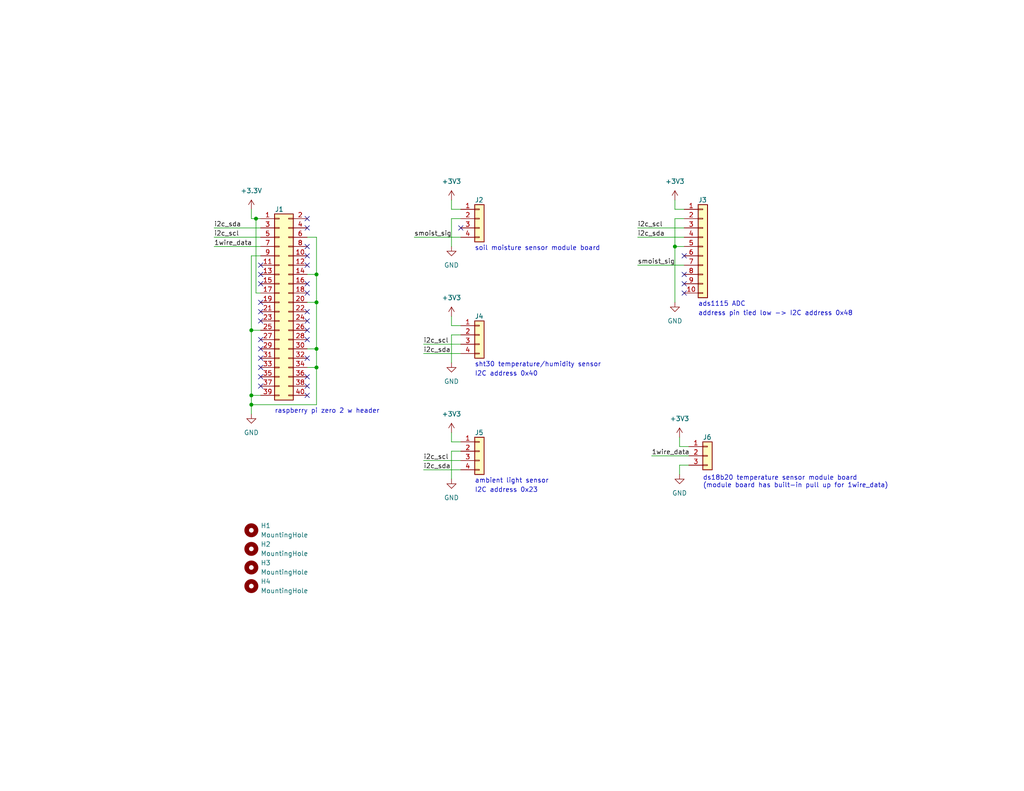
<source format=kicad_sch>
(kicad_sch (version 20230121) (generator eeschema)
  (paper "USLetter")
  (title_block (title "GardenMon Interface Board") (date "2024-02-18") (rev "0") (company "Anthony Needles"))
  (lib_symbols
    (symbol "Connector_Generic:Conn_01x03" (pin_names (offset 1.016) hide)
      (property "Reference" "J" (at 0 5.08 0))
      (property "Value" "Conn_01x03" (at 0 -5.08 0))
      (symbol "Conn_01x03_1_1"
        (rectangle (start -1.27 -2.413) (end 0 -2.667) (stroke (width 0.1524)))
        (rectangle (start -1.27 0.127) (end 0 -0.127) (stroke (width 0.1524)))
        (rectangle (start -1.27 2.667) (end 0 2.413) (stroke (width 0.1524)))
        (rectangle (start -1.27 3.81) (end 1.27 -3.81) (stroke (width 0.254)) (fill (type background)))
        (pin passive line (at -5.08 2.54 0) (length 3.81) (name "Pin_1") (number "1"))
        (pin passive line (at -5.08 0 0) (length 3.81) (name "Pin_2") (number "2"))
        (pin passive line (at -5.08 -2.54 0) (length 3.81) (name "Pin_3") (number "3"))
      )
    )
    (symbol "Connector_Generic:Conn_01x04" (pin_names (offset 1.016) hide)
      (property "Reference" "J" (at 0 5.08 0))
      (property "Value" "Conn_01x04" (at 0 -7.62 0))
      (symbol "Conn_01x04_1_1"
        (rectangle (start -1.27 -4.953) (end 0 -5.207) (stroke (width 0.1524)))
        (rectangle (start -1.27 -2.413) (end 0 -2.667) (stroke (width 0.1524)))
        (rectangle (start -1.27 0.127) (end 0 -0.127) (stroke (width 0.1524)))
        (rectangle (start -1.27 2.667) (end 0 2.413) (stroke (width 0.1524)))
        (rectangle (start -1.27 3.81) (end 1.27 -6.35) (stroke (width 0.254)) (fill (type background)))
        (pin passive line (at -5.08 2.54 0) (length 3.81) (name "Pin_1") (number "1"))
        (pin passive line (at -5.08 0 0) (length 3.81) (name "Pin_2") (number "2"))
        (pin passive line (at -5.08 -2.54 0) (length 3.81) (name "Pin_3") (number "3"))
        (pin passive line (at -5.08 -5.08 0) (length 3.81) (name "Pin_4") (number "4"))
      )
    )
    (symbol "Connector_Generic:Conn_01x10" (pin_names (offset 1.016) hide)
      (property "Reference" "J" (at 0 12.7 0))
      (property "Value" "Conn_01x10" (at 0 -15.24 0))
      (symbol "Conn_01x10_1_1"
        (rectangle (start -1.27 -12.573) (end 0 -12.827) (stroke (width 0.1524)))
        (rectangle (start -1.27 -10.033) (end 0 -10.287) (stroke (width 0.1524)))
        (rectangle (start -1.27 -7.493) (end 0 -7.747) (stroke (width 0.1524)))
        (rectangle (start -1.27 -4.953) (end 0 -5.207) (stroke (width 0.1524)))
        (rectangle (start -1.27 -2.413) (end 0 -2.667) (stroke (width 0.1524)))
        (rectangle (start -1.27 0.127) (end 0 -0.127) (stroke (width 0.1524)))
        (rectangle (start -1.27 2.667) (end 0 2.413) (stroke (width 0.1524)))
        (rectangle (start -1.27 5.207) (end 0 4.953) (stroke (width 0.1524)))
        (rectangle (start -1.27 7.747) (end 0 7.493) (stroke (width 0.1524)))
        (rectangle (start -1.27 10.287) (end 0 10.033) (stroke (width 0.1524)))
        (rectangle (start -1.27 11.43) (end 1.27 -13.97) (stroke (width 0.254)) (fill (type background)))
        (pin passive line (at -5.08 10.16 0) (length 3.81) (name "Pin_1") (number "1"))
        (pin passive line (at -5.08 -12.7 0) (length 3.81) (name "Pin_10") (number "10"))
        (pin passive line (at -5.08 7.62 0) (length 3.81) (name "Pin_2") (number "2"))
        (pin passive line (at -5.08 5.08 0) (length 3.81) (name "Pin_3") (number "3"))
        (pin passive line (at -5.08 2.54 0) (length 3.81) (name "Pin_4") (number "4"))
        (pin passive line (at -5.08 0 0) (length 3.81) (name "Pin_5") (number "5"))
        (pin passive line (at -5.08 -2.54 0) (length 3.81) (name "Pin_6") (number "6"))
        (pin passive line (at -5.08 -5.08 0) (length 3.81) (name "Pin_7") (number "7"))
        (pin passive line (at -5.08 -7.62 0) (length 3.81) (name "Pin_8") (number "8"))
        (pin passive line (at -5.08 -10.16 0) (length 3.81) (name "Pin_9") (number "9"))
      )
    )
    (symbol "Connector_Generic:Conn_02x20_Odd_Even" (pin_names (offset 1.016) hide)
      (property "Reference" "J" (at 1.27 25.4 0))
      (property "Value" "Conn_02x20_Odd_Even" (at 1.27 -27.94 0))
      (symbol "Conn_02x20_Odd_Even_1_1"
        (rectangle (start -1.27 -25.273) (end 0 -25.527) (stroke (width 0.1524)))
        (rectangle (start -1.27 -22.733) (end 0 -22.987) (stroke (width 0.1524)))
        (rectangle (start -1.27 -20.193) (end 0 -20.447) (stroke (width 0.1524)))
        (rectangle (start -1.27 -17.653) (end 0 -17.907) (stroke (width 0.1524)))
        (rectangle (start -1.27 -15.113) (end 0 -15.367) (stroke (width 0.1524)))
        (rectangle (start -1.27 -12.573) (end 0 -12.827) (stroke (width 0.1524)))
        (rectangle (start -1.27 -10.033) (end 0 -10.287) (stroke (width 0.1524)))
        (rectangle (start -1.27 -7.493) (end 0 -7.747) (stroke (width 0.1524)))
        (rectangle (start -1.27 -4.953) (end 0 -5.207) (stroke (width 0.1524)))
        (rectangle (start -1.27 -2.413) (end 0 -2.667) (stroke (width 0.1524)))
        (rectangle (start -1.27 0.127) (end 0 -0.127) (stroke (width 0.1524)))
        (rectangle (start -1.27 2.667) (end 0 2.413) (stroke (width 0.1524)))
        (rectangle (start -1.27 5.207) (end 0 4.953) (stroke (width 0.1524)))
        (rectangle (start -1.27 7.747) (end 0 7.493) (stroke (width 0.1524)))
        (rectangle (start -1.27 10.287) (end 0 10.033) (stroke (width 0.1524)))
        (rectangle (start -1.27 12.827) (end 0 12.573) (stroke (width 0.1524)))
        (rectangle (start -1.27 15.367) (end 0 15.113) (stroke (width 0.1524)))
        (rectangle (start -1.27 17.907) (end 0 17.653) (stroke (width 0.1524)))
        (rectangle (start -1.27 20.447) (end 0 20.193) (stroke (width 0.1524)))
        (rectangle (start -1.27 22.987) (end 0 22.733) (stroke (width 0.1524)))
        (rectangle (start -1.27 24.13) (end 3.81 -26.67) (stroke (width 0.254)) (fill (type background)))
        (rectangle (start 3.81 -25.273) (end 2.54 -25.527) (stroke (width 0.1524)))
        (rectangle (start 3.81 -22.733) (end 2.54 -22.987) (stroke (width 0.1524)))
        (rectangle (start 3.81 -20.193) (end 2.54 -20.447) (stroke (width 0.1524)))
        (rectangle (start 3.81 -17.653) (end 2.54 -17.907) (stroke (width 0.1524)))
        (rectangle (start 3.81 -15.113) (end 2.54 -15.367) (stroke (width 0.1524)))
        (rectangle (start 3.81 -12.573) (end 2.54 -12.827) (stroke (width 0.1524)))
        (rectangle (start 3.81 -10.033) (end 2.54 -10.287) (stroke (width 0.1524)))
        (rectangle (start 3.81 -7.493) (end 2.54 -7.747) (stroke (width 0.1524)))
        (rectangle (start 3.81 -4.953) (end 2.54 -5.207) (stroke (width 0.1524)))
        (rectangle (start 3.81 -2.413) (end 2.54 -2.667) (stroke (width 0.1524)))
        (rectangle (start 3.81 0.127) (end 2.54 -0.127) (stroke (width 0.1524)))
        (rectangle (start 3.81 2.667) (end 2.54 2.413) (stroke (width 0.1524)))
        (rectangle (start 3.81 5.207) (end 2.54 4.953) (stroke (width 0.1524)))
        (rectangle (start 3.81 7.747) (end 2.54 7.493) (stroke (width 0.1524)))
        (rectangle (start 3.81 10.287) (end 2.54 10.033) (stroke (width 0.1524)))
        (rectangle (start 3.81 12.827) (end 2.54 12.573) (stroke (width 0.1524)))
        (rectangle (start 3.81 15.367) (end 2.54 15.113) (stroke (width 0.1524)))
        (rectangle (start 3.81 17.907) (end 2.54 17.653) (stroke (width 0.1524)))
        (rectangle (start 3.81 20.447) (end 2.54 20.193) (stroke (width 0.1524)))
        (rectangle (start 3.81 22.987) (end 2.54 22.733) (stroke (width 0.1524)))
        (pin passive line (at -5.08 22.86 0) (length 3.81) (name "Pin_1") (number "1"))
        (pin passive line (at 7.62 12.7 180) (length 3.81) (name "Pin_10") (number "10"))
        (pin passive line (at -5.08 10.16 0) (length 3.81) (name "Pin_11") (number "11"))
        (pin passive line (at 7.62 10.16 180) (length 3.81) (name "Pin_12") (number "12"))
        (pin passive line (at -5.08 7.62 0) (length 3.81) (name "Pin_13") (number "13"))
        (pin passive line (at 7.62 7.62 180) (length 3.81) (name "Pin_14") (number "14"))
        (pin passive line (at -5.08 5.08 0) (length 3.81) (name "Pin_15") (number "15"))
        (pin passive line (at 7.62 5.08 180) (length 3.81) (name "Pin_16") (number "16"))
        (pin passive line (at -5.08 2.54 0) (length 3.81) (name "Pin_17") (number "17"))
        (pin passive line (at 7.62 2.54 180) (length 3.81) (name "Pin_18") (number "18"))
        (pin passive line (at -5.08 0 0) (length 3.81) (name "Pin_19") (number "19"))
        (pin passive line (at 7.62 22.86 180) (length 3.81) (name "Pin_2") (number "2"))
        (pin passive line (at 7.62 0 180) (length 3.81) (name "Pin_20") (number "20"))
        (pin passive line (at -5.08 -2.54 0) (length 3.81) (name "Pin_21") (number "21"))
        (pin passive line (at 7.62 -2.54 180) (length 3.81) (name "Pin_22") (number "22"))
        (pin passive line (at -5.08 -5.08 0) (length 3.81) (name "Pin_23") (number "23"))
        (pin passive line (at 7.62 -5.08 180) (length 3.81) (name "Pin_24") (number "24"))
        (pin passive line (at -5.08 -7.62 0) (length 3.81) (name "Pin_25") (number "25"))
        (pin passive line (at 7.62 -7.62 180) (length 3.81) (name "Pin_26") (number "26"))
        (pin passive line (at -5.08 -10.16 0) (length 3.81) (name "Pin_27") (number "27"))
        (pin passive line (at 7.62 -10.16 180) (length 3.81) (name "Pin_28") (number "28"))
        (pin passive line (at -5.08 -12.7 0) (length 3.81) (name "Pin_29") (number "29"))
        (pin passive line (at -5.08 20.32 0) (length 3.81) (name "Pin_3") (number "3"))
        (pin passive line (at 7.62 -12.7 180) (length 3.81) (name "Pin_30") (number "30"))
        (pin passive line (at -5.08 -15.24 0) (length 3.81) (name "Pin_31") (number "31"))
        (pin passive line (at 7.62 -15.24 180) (length 3.81) (name "Pin_32") (number "32"))
        (pin passive line (at -5.08 -17.78 0) (length 3.81) (name "Pin_33") (number "33"))
        (pin passive line (at 7.62 -17.78 180) (length 3.81) (name "Pin_34") (number "34"))
        (pin passive line (at -5.08 -20.32 0) (length 3.81) (name "Pin_35") (number "35"))
        (pin passive line (at 7.62 -20.32 180) (length 3.81) (name "Pin_36") (number "36"))
        (pin passive line (at -5.08 -22.86 0) (length 3.81) (name "Pin_37") (number "37"))
        (pin passive line (at 7.62 -22.86 180) (length 3.81) (name "Pin_38") (number "38"))
        (pin passive line (at -5.08 -25.4 0) (length 3.81) (name "Pin_39") (number "39"))
        (pin passive line (at 7.62 20.32 180) (length 3.81) (name "Pin_4") (number "4"))
        (pin passive line (at 7.62 -25.4 180) (length 3.81) (name "Pin_40") (number "40"))
        (pin passive line (at -5.08 17.78 0) (length 3.81) (name "Pin_5") (number "5"))
        (pin passive line (at 7.62 17.78 180) (length 3.81) (name "Pin_6") (number "6"))
        (pin passive line (at -5.08 15.24 0) (length 3.81) (name "Pin_7") (number "7"))
        (pin passive line (at 7.62 15.24 180) (length 3.81) (name "Pin_8") (number "8"))
        (pin passive line (at -5.08 12.7 0) (length 3.81) (name "Pin_9") (number "9"))
      )
    )
    (symbol "Mechanical:MountingHole" (pin_names (offset 1.016))
      (property "Reference" "H" (at 0 5.08 0))
      (property "Value" "MountingHole" (at 0 3.175 0))
      (symbol "MountingHole_0_1"
        (circle (center 0 0) (radius 1.27) (stroke (width 1.27)))
      )
    )
    (symbol "power:+3.3V" (power) (pin_names (offset 0))
      (property "Value" "+3.3V" (at 0 3.556 0))
      (symbol "+3.3V_0_1"
        (polyline (pts (xy -0.762 1.27) (xy 0 2.54)))
        (polyline (pts (xy 0 0) (xy 0 2.54)))
        (polyline (pts (xy 0 2.54) (xy 0.762 1.27)))
      )
      (symbol "+3.3V_1_1"
        (pin power_in line (at 0 0 90) (length 0) hide (name "+3.3V") (number "1"))
      )
    )
    (symbol "power:+3V3" (power) (pin_names (offset 0))
      (property "Value" "+3V3" (at 0 3.556 0))
      (symbol "+3V3_0_1"
        (polyline (pts (xy -0.762 1.27) (xy 0 2.54)))
        (polyline (pts (xy 0 0) (xy 0 2.54)))
        (polyline (pts (xy 0 2.54) (xy 0.762 1.27)))
      )
      (symbol "+3V3_1_1"
        (pin power_in line (at 0 0 90) (length 0) hide (name "+3V3") (number "1"))
      )
    )
    (symbol "power:GND" (power) (pin_names (offset 0))
      (property "Value" "GND" (at 0 -3.81 0))
      (symbol "GND_0_1"
        (polyline (pts (xy 0 0) (xy 0 -1.27) (xy 1.27 -1.27) (xy 0 -2.54) (xy -1.27 -1.27) (xy 0 -1.27)))
      )
      (symbol "GND_1_1"
        (pin power_in line (at 0 0 270) (length 0) hide (name "GND") (number "1"))
      )
    )
  )
  (junction (at 86.36 82.55))
  (junction (at 68.58 110.49))
  (junction (at 86.36 100.33))
  (junction (at 184.15 67.31))
  (junction (at 86.36 95.25))
  (junction (at 86.36 74.93))
  (junction (at 68.58 90.17))
  (junction (at 69.85 59.69))
  (junction (at 68.58 107.95))
  (no_connect (at 186.69 74.93))
  (no_connect (at 83.82 67.31))
  (no_connect (at 71.12 77.47))
  (no_connect (at 71.12 105.41))
  (no_connect (at 71.12 100.33))
  (no_connect (at 83.82 87.63))
  (no_connect (at 83.82 92.71))
  (no_connect (at 125.73 62.23))
  (no_connect (at 83.82 72.39))
  (no_connect (at 71.12 92.71))
  (no_connect (at 71.12 72.39))
  (no_connect (at 186.69 69.85))
  (no_connect (at 83.82 85.09))
  (no_connect (at 83.82 105.41))
  (no_connect (at 71.12 74.93))
  (no_connect (at 83.82 77.47))
  (no_connect (at 71.12 102.87))
  (no_connect (at 83.82 102.87))
  (no_connect (at 83.82 90.17))
  (no_connect (at 83.82 62.23))
  (no_connect (at 71.12 95.25))
  (no_connect (at 83.82 59.69))
  (no_connect (at 186.69 80.01))
  (no_connect (at 83.82 107.95))
  (no_connect (at 186.69 77.47))
  (no_connect (at 71.12 87.63))
  (no_connect (at 83.82 69.85))
  (no_connect (at 83.82 97.79))
  (no_connect (at 71.12 82.55))
  (no_connect (at 71.12 85.09))
  (no_connect (at 71.12 97.79))
  (no_connect (at 83.82 80.01))
  (wire (pts (xy 115.57 93.98) (xy 125.73 93.98)))
  (wire (pts (xy 58.42 62.23) (xy 71.12 62.23)))
  (wire (pts (xy 185.42 127) (xy 185.42 129.54)))
  (wire (pts (xy 68.58 90.17) (xy 68.58 107.95)))
  (wire (pts (xy 86.36 100.33) (xy 83.82 100.33)))
  (wire (pts (xy 173.99 72.39) (xy 186.69 72.39)))
  (wire (pts (xy 115.57 125.73) (xy 125.73 125.73)))
  (wire (pts (xy 71.12 59.69) (xy 69.85 59.69)))
  (wire (pts (xy 123.19 54.61) (xy 123.19 57.15)))
  (wire (pts (xy 58.42 67.31) (xy 71.12 67.31)))
  (wire (pts (xy 86.36 100.33) (xy 86.36 110.49)))
  (wire (pts (xy 125.73 123.19) (xy 123.19 123.19)))
  (wire (pts (xy 125.73 88.9) (xy 123.19 88.9)))
  (wire (pts (xy 115.57 96.52) (xy 125.73 96.52)))
  (wire (pts (xy 83.82 64.77) (xy 86.36 64.77)))
  (wire (pts (xy 69.85 80.01) (xy 69.85 59.69)))
  (wire (pts (xy 184.15 59.69) (xy 184.15 67.31)))
  (wire (pts (xy 86.36 110.49) (xy 68.58 110.49)))
  (wire (pts (xy 71.12 80.01) (xy 69.85 80.01)))
  (wire (pts (xy 68.58 69.85) (xy 71.12 69.85)))
  (wire (pts (xy 86.36 74.93) (xy 86.36 82.55)))
  (wire (pts (xy 173.99 64.77) (xy 186.69 64.77)))
  (wire (pts (xy 115.57 128.27) (xy 125.73 128.27)))
  (wire (pts (xy 69.85 59.69) (xy 68.58 59.69)))
  (wire (pts (xy 125.73 120.65) (xy 123.19 120.65)))
  (wire (pts (xy 125.73 59.69) (xy 123.19 59.69)))
  (wire (pts (xy 86.36 82.55) (xy 86.36 95.25)))
  (wire (pts (xy 68.58 107.95) (xy 71.12 107.95)))
  (wire (pts (xy 68.58 90.17) (xy 71.12 90.17)))
  (wire (pts (xy 68.58 107.95) (xy 68.58 110.49)))
  (wire (pts (xy 68.58 57.15) (xy 68.58 59.69)))
  (wire (pts (xy 86.36 74.93) (xy 83.82 74.93)))
  (wire (pts (xy 125.73 57.15) (xy 123.19 57.15)))
  (wire (pts (xy 187.96 121.92) (xy 185.42 121.92)))
  (wire (pts (xy 187.96 127) (xy 185.42 127)))
  (wire (pts (xy 123.19 86.36) (xy 123.19 88.9)))
  (wire (pts (xy 68.58 69.85) (xy 68.58 90.17)))
  (wire (pts (xy 86.36 82.55) (xy 83.82 82.55)))
  (wire (pts (xy 123.19 123.19) (xy 123.19 130.81)))
  (wire (pts (xy 68.58 110.49) (xy 68.58 113.03)))
  (wire (pts (xy 184.15 67.31) (xy 184.15 82.55)))
  (wire (pts (xy 173.99 62.23) (xy 186.69 62.23)))
  (wire (pts (xy 184.15 54.61) (xy 184.15 57.15)))
  (wire (pts (xy 185.42 119.38) (xy 185.42 121.92)))
  (wire (pts (xy 186.69 57.15) (xy 184.15 57.15)))
  (wire (pts (xy 86.36 95.25) (xy 86.36 100.33)))
  (wire (pts (xy 186.69 59.69) (xy 184.15 59.69)))
  (wire (pts (xy 123.19 91.44) (xy 123.19 99.06)))
  (wire (pts (xy 58.42 64.77) (xy 71.12 64.77)))
  (wire (pts (xy 123.19 59.69) (xy 123.19 67.31)))
  (wire (pts (xy 184.15 67.31) (xy 186.69 67.31)))
  (wire (pts (xy 177.8 124.46) (xy 187.96 124.46)))
  (wire (pts (xy 86.36 95.25) (xy 83.82 95.25)))
  (wire (pts (xy 123.19 118.11) (xy 123.19 120.65)))
  (wire (pts (xy 86.36 64.77) (xy 86.36 74.93)))
  (wire (pts (xy 125.73 91.44) (xy 123.19 91.44)))
  (wire (pts (xy 113.03 64.77) (xy 125.73 64.77)))
  (text "ds18b20 temperature sensor module board\n(module board has built-in pull up for 1wire_data)" (at 191.77 133.35 0) (effects (font (size 1.27 1.27)) (justify left bottom)))
  (text "I2C address 0x23" (at 129.54 134.62 0) (effects (font (size 1.27 1.27)) (justify left bottom)))
  (text "raspberry pi zero 2 w header" (at 74.93 113.03 0) (effects (font (size 1.27 1.27)) (justify left bottom)))
  (text "address pin tied low -> I2C address 0x48" (at 190.5 86.36 0) (effects (font (size 1.27 1.27)) (justify left bottom)))
  (text "ambient light sensor" (at 129.54 132.08 0) (effects (font (size 1.27 1.27)) (justify left bottom)))
  (text "sht30 temperature/humidity sensor" (at 129.54 100.33 0) (effects (font (size 1.27 1.27)) (justify left bottom)))
  (text "ads1115 ADC" (at 190.5 83.82 0) (effects (font (size 1.27 1.27)) (justify left bottom)))
  (text "soil moisture sensor module board" (at 129.54 68.58 0) (effects (font (size 1.27 1.27)) (justify left bottom)))
  (text "I2C address 0x40" (at 129.54 102.87 0) (effects (font (size 1.27 1.27)) (justify left bottom)))
  (label "i2c_sda" (at 58.42 62.23 0))
  (label "i2c_sda" (at 115.57 128.27 0))
  (label "i2c_scl" (at 115.57 125.73 0))
  (label "i2c_sda" (at 115.57 96.52 0))
  (label "i2c_sda" (at 173.99 64.77 0))
  (label "smoist_sig" (at 113.03 64.77 0))
  (label "i2c_scl" (at 173.99 62.23 0))
  (label "1wire_data" (at 58.42 67.31 0))
  (label "i2c_scl" (at 58.42 64.77 0))
  (label "i2c_scl" (at 115.57 93.98 0))
  (label "smoist_sig" (at 173.99 72.39 0))
  (label "1wire_data" (at 177.8 124.46 0))
  (symbol (lib_id "Connector_Generic:Conn_01x04") (at 130.81 59.69 0) (unit 1)
    (property "Reference" "J2" (at 129.54 54.61 0) (effects (justify left)))
    (property "Value" "Conn_01x04" (effects hide))
  )
  (symbol (lib_id "Connector_Generic:Conn_01x04") (at 130.81 91.44 0) (unit 1)
    (property "Reference" "J4" (at 129.54 86.36 0) (effects (justify left)))
    (property "Value" "Conn_01x04" (effects hide))
  )
  (symbol (lib_id "power:+3.3V") (at 68.58 57.15 0) (unit 1)
    (property "Reference" "#PWR01" (effects hide))
    (property "Value" "+3.3V" (at 68.58 52.07 0))
  )
  (symbol (lib_id "Connector_Generic:Conn_01x04") (at 130.81 123.19 0) (unit 1)
    (property "Reference" "J5" (at 129.54 118.11 0) (effects (justify left)))
    (property "Value" "Conn_01x04" (effects hide))
  )
  (symbol (lib_id "power:+3V3") (at 123.19 54.61 0) (unit 1)
    (property "Reference" "#PWR04" (effects hide))
    (property "Value" "+3V3" (at 123.19 49.53 0))
  )
  (symbol (lib_id "Mechanical:MountingHole") (at 68.58 149.86 0) (unit 1)
    (property "Reference" "H2" (at 71.12 148.59 0) (effects (justify left)))
    (property "Value" "MountingHole" (at 71.12 151.13 0) (effects (justify left)))
  )
  (symbol (lib_id "Mechanical:MountingHole") (at 68.58 144.78 0) (unit 1)
    (property "Reference" "H1" (at 71.12 143.51 0) (effects (justify left)))
    (property "Value" "MountingHole" (at 71.12 146.05 0) (effects (justify left)))
  )
  (symbol (lib_id "power:+3V3") (at 184.15 54.61 0) (unit 1)
    (property "Reference" "#PWR06" (effects hide))
    (property "Value" "+3V3" (at 184.15 49.53 0))
  )
  (symbol (lib_id "Connector_Generic:Conn_01x03") (at 193.04 124.46 0) (unit 1)
    (property "Reference" "J6" (at 191.77 119.38 0) (effects (justify left)))
    (property "Value" "Conn_01x03" (effects hide))
  )
  (symbol (lib_id "power:GND") (at 123.19 130.81 0) (unit 1)
    (property "Reference" "#PWR010" (effects hide))
    (property "Value" "GND" (at 123.19 135.89 0))
  )
  (symbol (lib_id "power:GND") (at 184.15 82.55 0) (unit 1)
    (property "Reference" "#PWR05" (effects hide))
    (property "Value" "GND" (at 184.15 87.63 0))
  )
  (symbol (lib_id "Mechanical:MountingHole") (at 68.58 160.02 0) (unit 1)
    (property "Reference" "H4" (at 71.12 158.75 0) (effects (justify left)))
    (property "Value" "MountingHole" (at 71.12 161.29 0) (effects (justify left)))
  )
  (symbol (lib_id "power:GND") (at 123.19 67.31 0) (unit 1)
    (property "Reference" "#PWR03" (effects hide))
    (property "Value" "GND" (at 123.19 72.39 0))
  )
  (symbol (lib_id "power:+3V3") (at 123.19 118.11 0) (unit 1)
    (property "Reference" "#PWR09" (effects hide))
    (property "Value" "+3V3" (at 123.19 113.03 0))
  )
  (symbol (lib_id "Connector_Generic:Conn_01x10") (at 191.77 67.31 0) (unit 1)
    (property "Reference" "J3" (at 190.5 54.61 0) (effects (justify left)))
    (property "Value" "Conn_01x10" (effects hide))
  )
  (symbol (lib_id "Connector_Generic:Conn_02x20_Odd_Even") (at 76.2 82.55 0) (unit 1)
    (property "Reference" "J1" (at 76.2 57.15 0))
    (property "Value" "Conn_02x20_Odd_Even" (effects hide))
  )
  (symbol (lib_id "power:+3V3") (at 123.19 86.36 0) (unit 1)
    (property "Reference" "#PWR07" (effects hide))
    (property "Value" "+3V3" (at 123.19 81.28 0))
  )
  (symbol (lib_id "power:GND") (at 185.42 129.54 0) (unit 1)
    (property "Reference" "#PWR012" (effects hide))
    (property "Value" "GND" (at 185.42 134.62 0))
  )
  (symbol (lib_id "power:GND") (at 123.19 99.06 0) (unit 1)
    (property "Reference" "#PWR08" (effects hide))
    (property "Value" "GND" (at 123.19 104.14 0))
  )
  (symbol (lib_id "power:+3V3") (at 185.42 119.38 0) (unit 1)
    (property "Reference" "#PWR011" (effects hide))
    (property "Value" "+3V3" (at 185.42 114.3 0))
  )
  (symbol (lib_id "Mechanical:MountingHole") (at 68.58 154.94 0) (unit 1)
    (property "Reference" "H3" (at 71.12 153.67 0) (effects (justify left)))
    (property "Value" "MountingHole" (at 71.12 156.21 0) (effects (justify left)))
  )
  (symbol (lib_id "power:GND") (at 68.58 113.03 0) (unit 1)
    (property "Reference" "#PWR02" (effects hide))
    (property "Value" "GND" (at 68.58 118.11 0))
  )
)
</source>
